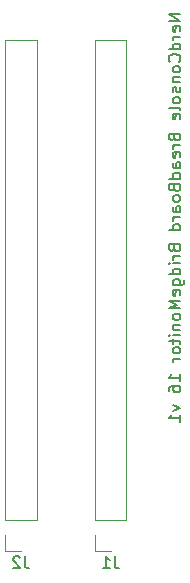
<source format=gbr>
%TF.GenerationSoftware,KiCad,Pcbnew,(5.1.9)-1*%
%TF.CreationDate,2021-02-04T07:57:01-05:00*%
%TF.ProjectId,NerdConsole_BreadBoard_BridgeMonitor16,4e657264-436f-46e7-936f-6c655f427265,rev?*%
%TF.SameCoordinates,Original*%
%TF.FileFunction,Legend,Bot*%
%TF.FilePolarity,Positive*%
%FSLAX46Y46*%
G04 Gerber Fmt 4.6, Leading zero omitted, Abs format (unit mm)*
G04 Created by KiCad (PCBNEW (5.1.9)-1) date 2021-02-04 07:57:01*
%MOMM*%
%LPD*%
G01*
G04 APERTURE LIST*
%ADD10C,0.150000*%
%ADD11C,0.120000*%
G04 APERTURE END LIST*
D10*
X119702380Y-69035714D02*
X118702380Y-69035714D01*
X119702380Y-69607142D01*
X118702380Y-69607142D01*
X119654761Y-70464285D02*
X119702380Y-70369047D01*
X119702380Y-70178571D01*
X119654761Y-70083333D01*
X119559523Y-70035714D01*
X119178571Y-70035714D01*
X119083333Y-70083333D01*
X119035714Y-70178571D01*
X119035714Y-70369047D01*
X119083333Y-70464285D01*
X119178571Y-70511904D01*
X119273809Y-70511904D01*
X119369047Y-70035714D01*
X119702380Y-70940476D02*
X119035714Y-70940476D01*
X119226190Y-70940476D02*
X119130952Y-70988095D01*
X119083333Y-71035714D01*
X119035714Y-71130952D01*
X119035714Y-71226190D01*
X119702380Y-71988095D02*
X118702380Y-71988095D01*
X119654761Y-71988095D02*
X119702380Y-71892857D01*
X119702380Y-71702380D01*
X119654761Y-71607142D01*
X119607142Y-71559523D01*
X119511904Y-71511904D01*
X119226190Y-71511904D01*
X119130952Y-71559523D01*
X119083333Y-71607142D01*
X119035714Y-71702380D01*
X119035714Y-71892857D01*
X119083333Y-71988095D01*
X119607142Y-73035714D02*
X119654761Y-72988095D01*
X119702380Y-72845238D01*
X119702380Y-72750000D01*
X119654761Y-72607142D01*
X119559523Y-72511904D01*
X119464285Y-72464285D01*
X119273809Y-72416666D01*
X119130952Y-72416666D01*
X118940476Y-72464285D01*
X118845238Y-72511904D01*
X118750000Y-72607142D01*
X118702380Y-72750000D01*
X118702380Y-72845238D01*
X118750000Y-72988095D01*
X118797619Y-73035714D01*
X119702380Y-73607142D02*
X119654761Y-73511904D01*
X119607142Y-73464285D01*
X119511904Y-73416666D01*
X119226190Y-73416666D01*
X119130952Y-73464285D01*
X119083333Y-73511904D01*
X119035714Y-73607142D01*
X119035714Y-73750000D01*
X119083333Y-73845238D01*
X119130952Y-73892857D01*
X119226190Y-73940476D01*
X119511904Y-73940476D01*
X119607142Y-73892857D01*
X119654761Y-73845238D01*
X119702380Y-73750000D01*
X119702380Y-73607142D01*
X119035714Y-74369047D02*
X119702380Y-74369047D01*
X119130952Y-74369047D02*
X119083333Y-74416666D01*
X119035714Y-74511904D01*
X119035714Y-74654761D01*
X119083333Y-74750000D01*
X119178571Y-74797619D01*
X119702380Y-74797619D01*
X119654761Y-75226190D02*
X119702380Y-75321428D01*
X119702380Y-75511904D01*
X119654761Y-75607142D01*
X119559523Y-75654761D01*
X119511904Y-75654761D01*
X119416666Y-75607142D01*
X119369047Y-75511904D01*
X119369047Y-75369047D01*
X119321428Y-75273809D01*
X119226190Y-75226190D01*
X119178571Y-75226190D01*
X119083333Y-75273809D01*
X119035714Y-75369047D01*
X119035714Y-75511904D01*
X119083333Y-75607142D01*
X119702380Y-76226190D02*
X119654761Y-76130952D01*
X119607142Y-76083333D01*
X119511904Y-76035714D01*
X119226190Y-76035714D01*
X119130952Y-76083333D01*
X119083333Y-76130952D01*
X119035714Y-76226190D01*
X119035714Y-76369047D01*
X119083333Y-76464285D01*
X119130952Y-76511904D01*
X119226190Y-76559523D01*
X119511904Y-76559523D01*
X119607142Y-76511904D01*
X119654761Y-76464285D01*
X119702380Y-76369047D01*
X119702380Y-76226190D01*
X119702380Y-77130952D02*
X119654761Y-77035714D01*
X119559523Y-76988095D01*
X118702380Y-76988095D01*
X119654761Y-77892857D02*
X119702380Y-77797619D01*
X119702380Y-77607142D01*
X119654761Y-77511904D01*
X119559523Y-77464285D01*
X119178571Y-77464285D01*
X119083333Y-77511904D01*
X119035714Y-77607142D01*
X119035714Y-77797619D01*
X119083333Y-77892857D01*
X119178571Y-77940476D01*
X119273809Y-77940476D01*
X119369047Y-77464285D01*
X119178571Y-79464285D02*
X119226190Y-79607142D01*
X119273809Y-79654761D01*
X119369047Y-79702380D01*
X119511904Y-79702380D01*
X119607142Y-79654761D01*
X119654761Y-79607142D01*
X119702380Y-79511904D01*
X119702380Y-79130952D01*
X118702380Y-79130952D01*
X118702380Y-79464285D01*
X118750000Y-79559523D01*
X118797619Y-79607142D01*
X118892857Y-79654761D01*
X118988095Y-79654761D01*
X119083333Y-79607142D01*
X119130952Y-79559523D01*
X119178571Y-79464285D01*
X119178571Y-79130952D01*
X119702380Y-80130952D02*
X119035714Y-80130952D01*
X119226190Y-80130952D02*
X119130952Y-80178571D01*
X119083333Y-80226190D01*
X119035714Y-80321428D01*
X119035714Y-80416666D01*
X119654761Y-81130952D02*
X119702380Y-81035714D01*
X119702380Y-80845238D01*
X119654761Y-80750000D01*
X119559523Y-80702380D01*
X119178571Y-80702380D01*
X119083333Y-80750000D01*
X119035714Y-80845238D01*
X119035714Y-81035714D01*
X119083333Y-81130952D01*
X119178571Y-81178571D01*
X119273809Y-81178571D01*
X119369047Y-80702380D01*
X119702380Y-82035714D02*
X119178571Y-82035714D01*
X119083333Y-81988095D01*
X119035714Y-81892857D01*
X119035714Y-81702380D01*
X119083333Y-81607142D01*
X119654761Y-82035714D02*
X119702380Y-81940476D01*
X119702380Y-81702380D01*
X119654761Y-81607142D01*
X119559523Y-81559523D01*
X119464285Y-81559523D01*
X119369047Y-81607142D01*
X119321428Y-81702380D01*
X119321428Y-81940476D01*
X119273809Y-82035714D01*
X119702380Y-82940476D02*
X118702380Y-82940476D01*
X119654761Y-82940476D02*
X119702380Y-82845238D01*
X119702380Y-82654761D01*
X119654761Y-82559523D01*
X119607142Y-82511904D01*
X119511904Y-82464285D01*
X119226190Y-82464285D01*
X119130952Y-82511904D01*
X119083333Y-82559523D01*
X119035714Y-82654761D01*
X119035714Y-82845238D01*
X119083333Y-82940476D01*
X119178571Y-83750000D02*
X119226190Y-83892857D01*
X119273809Y-83940476D01*
X119369047Y-83988095D01*
X119511904Y-83988095D01*
X119607142Y-83940476D01*
X119654761Y-83892857D01*
X119702380Y-83797619D01*
X119702380Y-83416666D01*
X118702380Y-83416666D01*
X118702380Y-83750000D01*
X118750000Y-83845238D01*
X118797619Y-83892857D01*
X118892857Y-83940476D01*
X118988095Y-83940476D01*
X119083333Y-83892857D01*
X119130952Y-83845238D01*
X119178571Y-83750000D01*
X119178571Y-83416666D01*
X119702380Y-84559523D02*
X119654761Y-84464285D01*
X119607142Y-84416666D01*
X119511904Y-84369047D01*
X119226190Y-84369047D01*
X119130952Y-84416666D01*
X119083333Y-84464285D01*
X119035714Y-84559523D01*
X119035714Y-84702380D01*
X119083333Y-84797619D01*
X119130952Y-84845238D01*
X119226190Y-84892857D01*
X119511904Y-84892857D01*
X119607142Y-84845238D01*
X119654761Y-84797619D01*
X119702380Y-84702380D01*
X119702380Y-84559523D01*
X119702380Y-85750000D02*
X119178571Y-85750000D01*
X119083333Y-85702380D01*
X119035714Y-85607142D01*
X119035714Y-85416666D01*
X119083333Y-85321428D01*
X119654761Y-85750000D02*
X119702380Y-85654761D01*
X119702380Y-85416666D01*
X119654761Y-85321428D01*
X119559523Y-85273809D01*
X119464285Y-85273809D01*
X119369047Y-85321428D01*
X119321428Y-85416666D01*
X119321428Y-85654761D01*
X119273809Y-85750000D01*
X119702380Y-86226190D02*
X119035714Y-86226190D01*
X119226190Y-86226190D02*
X119130952Y-86273809D01*
X119083333Y-86321428D01*
X119035714Y-86416666D01*
X119035714Y-86511904D01*
X119702380Y-87273809D02*
X118702380Y-87273809D01*
X119654761Y-87273809D02*
X119702380Y-87178571D01*
X119702380Y-86988095D01*
X119654761Y-86892857D01*
X119607142Y-86845238D01*
X119511904Y-86797619D01*
X119226190Y-86797619D01*
X119130952Y-86845238D01*
X119083333Y-86892857D01*
X119035714Y-86988095D01*
X119035714Y-87178571D01*
X119083333Y-87273809D01*
X119178571Y-88845238D02*
X119226190Y-88988095D01*
X119273809Y-89035714D01*
X119369047Y-89083333D01*
X119511904Y-89083333D01*
X119607142Y-89035714D01*
X119654761Y-88988095D01*
X119702380Y-88892857D01*
X119702380Y-88511904D01*
X118702380Y-88511904D01*
X118702380Y-88845238D01*
X118750000Y-88940476D01*
X118797619Y-88988095D01*
X118892857Y-89035714D01*
X118988095Y-89035714D01*
X119083333Y-88988095D01*
X119130952Y-88940476D01*
X119178571Y-88845238D01*
X119178571Y-88511904D01*
X119702380Y-89511904D02*
X119035714Y-89511904D01*
X119226190Y-89511904D02*
X119130952Y-89559523D01*
X119083333Y-89607142D01*
X119035714Y-89702380D01*
X119035714Y-89797619D01*
X119702380Y-90130952D02*
X119035714Y-90130952D01*
X118702380Y-90130952D02*
X118750000Y-90083333D01*
X118797619Y-90130952D01*
X118750000Y-90178571D01*
X118702380Y-90130952D01*
X118797619Y-90130952D01*
X119702380Y-91035714D02*
X118702380Y-91035714D01*
X119654761Y-91035714D02*
X119702380Y-90940476D01*
X119702380Y-90750000D01*
X119654761Y-90654761D01*
X119607142Y-90607142D01*
X119511904Y-90559523D01*
X119226190Y-90559523D01*
X119130952Y-90607142D01*
X119083333Y-90654761D01*
X119035714Y-90750000D01*
X119035714Y-90940476D01*
X119083333Y-91035714D01*
X119035714Y-91940476D02*
X119845238Y-91940476D01*
X119940476Y-91892857D01*
X119988095Y-91845238D01*
X120035714Y-91750000D01*
X120035714Y-91607142D01*
X119988095Y-91511904D01*
X119654761Y-91940476D02*
X119702380Y-91845238D01*
X119702380Y-91654761D01*
X119654761Y-91559523D01*
X119607142Y-91511904D01*
X119511904Y-91464285D01*
X119226190Y-91464285D01*
X119130952Y-91511904D01*
X119083333Y-91559523D01*
X119035714Y-91654761D01*
X119035714Y-91845238D01*
X119083333Y-91940476D01*
X119654761Y-92797619D02*
X119702380Y-92702380D01*
X119702380Y-92511904D01*
X119654761Y-92416666D01*
X119559523Y-92369047D01*
X119178571Y-92369047D01*
X119083333Y-92416666D01*
X119035714Y-92511904D01*
X119035714Y-92702380D01*
X119083333Y-92797619D01*
X119178571Y-92845238D01*
X119273809Y-92845238D01*
X119369047Y-92369047D01*
X119702380Y-93273809D02*
X118702380Y-93273809D01*
X119416666Y-93607142D01*
X118702380Y-93940476D01*
X119702380Y-93940476D01*
X119702380Y-94559523D02*
X119654761Y-94464285D01*
X119607142Y-94416666D01*
X119511904Y-94369047D01*
X119226190Y-94369047D01*
X119130952Y-94416666D01*
X119083333Y-94464285D01*
X119035714Y-94559523D01*
X119035714Y-94702380D01*
X119083333Y-94797619D01*
X119130952Y-94845238D01*
X119226190Y-94892857D01*
X119511904Y-94892857D01*
X119607142Y-94845238D01*
X119654761Y-94797619D01*
X119702380Y-94702380D01*
X119702380Y-94559523D01*
X119035714Y-95321428D02*
X119702380Y-95321428D01*
X119130952Y-95321428D02*
X119083333Y-95369047D01*
X119035714Y-95464285D01*
X119035714Y-95607142D01*
X119083333Y-95702380D01*
X119178571Y-95750000D01*
X119702380Y-95750000D01*
X119702380Y-96226190D02*
X119035714Y-96226190D01*
X118702380Y-96226190D02*
X118750000Y-96178571D01*
X118797619Y-96226190D01*
X118750000Y-96273809D01*
X118702380Y-96226190D01*
X118797619Y-96226190D01*
X119035714Y-96559523D02*
X119035714Y-96940476D01*
X118702380Y-96702380D02*
X119559523Y-96702380D01*
X119654761Y-96750000D01*
X119702380Y-96845238D01*
X119702380Y-96940476D01*
X119702380Y-97416666D02*
X119654761Y-97321428D01*
X119607142Y-97273809D01*
X119511904Y-97226190D01*
X119226190Y-97226190D01*
X119130952Y-97273809D01*
X119083333Y-97321428D01*
X119035714Y-97416666D01*
X119035714Y-97559523D01*
X119083333Y-97654761D01*
X119130952Y-97702380D01*
X119226190Y-97750000D01*
X119511904Y-97750000D01*
X119607142Y-97702380D01*
X119654761Y-97654761D01*
X119702380Y-97559523D01*
X119702380Y-97416666D01*
X119702380Y-98178571D02*
X119035714Y-98178571D01*
X119226190Y-98178571D02*
X119130952Y-98226190D01*
X119083333Y-98273809D01*
X119035714Y-98369047D01*
X119035714Y-98464285D01*
X119702380Y-100083333D02*
X119702380Y-99511904D01*
X119702380Y-99797619D02*
X118702380Y-99797619D01*
X118845238Y-99702380D01*
X118940476Y-99607142D01*
X118988095Y-99511904D01*
X118702380Y-100940476D02*
X118702380Y-100750000D01*
X118750000Y-100654761D01*
X118797619Y-100607142D01*
X118940476Y-100511904D01*
X119130952Y-100464285D01*
X119511904Y-100464285D01*
X119607142Y-100511904D01*
X119654761Y-100559523D01*
X119702380Y-100654761D01*
X119702380Y-100845238D01*
X119654761Y-100940476D01*
X119607142Y-100988095D01*
X119511904Y-101035714D01*
X119273809Y-101035714D01*
X119178571Y-100988095D01*
X119130952Y-100940476D01*
X119083333Y-100845238D01*
X119083333Y-100654761D01*
X119130952Y-100559523D01*
X119178571Y-100511904D01*
X119273809Y-100464285D01*
X119035714Y-102130952D02*
X119702380Y-102369047D01*
X119035714Y-102607142D01*
X119702380Y-103511904D02*
X119702380Y-102940476D01*
X119702380Y-103226190D02*
X118702380Y-103226190D01*
X118845238Y-103130952D01*
X118940476Y-103035714D01*
X118988095Y-102940476D01*
D11*
%TO.C,J1*%
X112470000Y-114480000D02*
X113800000Y-114480000D01*
X112470000Y-113150000D02*
X112470000Y-114480000D01*
X112470000Y-111880000D02*
X115130000Y-111880000D01*
X115130000Y-111880000D02*
X115130000Y-71180000D01*
X112470000Y-111880000D02*
X112470000Y-71180000D01*
X112470000Y-71180000D02*
X115130000Y-71180000D01*
%TO.C,J2*%
X104870000Y-71180000D02*
X107530000Y-71180000D01*
X104870000Y-111880000D02*
X104870000Y-71180000D01*
X107530000Y-111880000D02*
X107530000Y-71180000D01*
X104870000Y-111880000D02*
X107530000Y-111880000D01*
X104870000Y-113150000D02*
X104870000Y-114480000D01*
X104870000Y-114480000D02*
X106200000Y-114480000D01*
%TO.C,J1*%
D10*
X114133333Y-114932380D02*
X114133333Y-115646666D01*
X114180952Y-115789523D01*
X114276190Y-115884761D01*
X114419047Y-115932380D01*
X114514285Y-115932380D01*
X113133333Y-115932380D02*
X113704761Y-115932380D01*
X113419047Y-115932380D02*
X113419047Y-114932380D01*
X113514285Y-115075238D01*
X113609523Y-115170476D01*
X113704761Y-115218095D01*
%TO.C,J2*%
X106533333Y-114932380D02*
X106533333Y-115646666D01*
X106580952Y-115789523D01*
X106676190Y-115884761D01*
X106819047Y-115932380D01*
X106914285Y-115932380D01*
X106104761Y-115027619D02*
X106057142Y-114980000D01*
X105961904Y-114932380D01*
X105723809Y-114932380D01*
X105628571Y-114980000D01*
X105580952Y-115027619D01*
X105533333Y-115122857D01*
X105533333Y-115218095D01*
X105580952Y-115360952D01*
X106152380Y-115932380D01*
X105533333Y-115932380D01*
%TD*%
M02*

</source>
